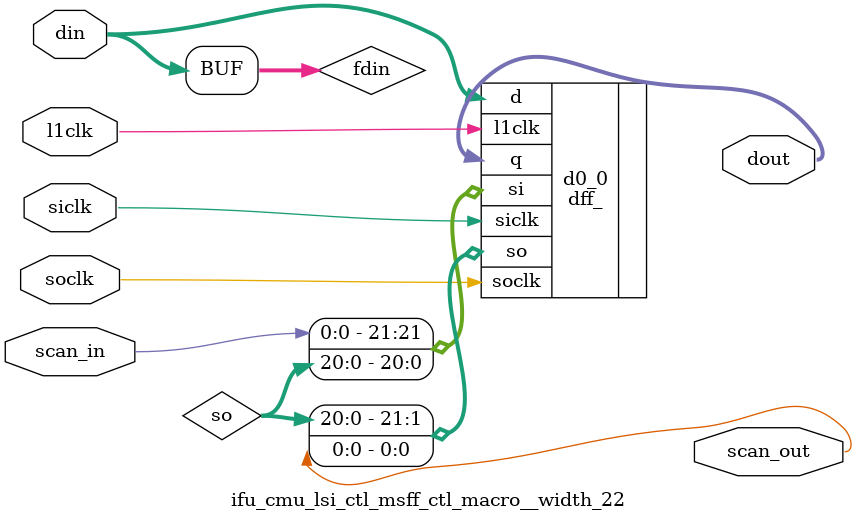
<source format=v>
module ifu_cmu_lsi_ctl (
  tcu_scan_en, 
  l2clk, 
  scan_in, 
  tcu_pce_ov, 
  spc_aclk, 
  spc_bclk, 
  const_cpuid, 
  mct_early_req, 
  ftu_cmiss, 
  ftu_rep_way, 
  ftu_thrx_un_cacheable, 
  ifu_l15_addr, 
  csm_valid_req, 
  l15_spc_data1, 
  l15_spc_cpkt, 
  l15_ifu_valid, 
  l15_ifu_grant, 
  lsu_ifu_ld_index, 
  cmu_fill_paddr, 
  mdp_lsi_nc_bit, 
  mdp_lsi_inv_bit, 
  mdp_lsi_rway, 
  lsu_ifu_cmu_pmen, 
  lsc_fill_rtn1, 
  lsc_fill_rtn2, 
  lsc_req_sel, 
  lsc_pending_req, 
  lsc_l15_valid, 
  lsc_data_sel, 
  cmu_any_data_ready, 
  cmu_any_un_cacheable, 
  cmu_data_ready, 
  cmu_inst0_v, 
  cmu_inst1_v, 
  cmu_inst2_v, 
  cmu_inst3_v, 
  cmu_icache_invalidate, 
  cmu_icache_invalidate_way, 
  cmu_icache_invalidate_index, 
  cmu_evic_invalidate, 
  cmu_icache_inv_way1, 
  cmu_inval_ack, 
  cmu_l2_err, 
  cmu_l2miss, 
  ifu_l15_valid, 
  ifu_l15_cpkt, 
  lsc_clken, 
  ifu_lsu_if_vld, 
  ifu_lsu_if_tid, 
  ifu_lsu_if_addr, 
  scan_out) ;
wire pce_ov;
wire stop;
wire siclk;
wire soclk;
wire se;
wire l1clk;
wire go_to_l15_empty;
wire l15_one_buff_state;
wire l15_empty_state;
wire leave_l15_empty;
wire next_l15_empty;
wire next_l15_empty_;
wire empty_state_reg_scanin;
wire empty_state_reg_scanout;
wire l15_empty_state_;
wire go_to_l15_one_buff;
wire l15_hold_state;
wire leave_l15_one_buff;
wire next_l15_one_buff;
wire one_buff_state_reg_scanin;
wire one_buff_state_reg_scanout;
wire go_to_l15_hold;
wire leave_l15_hold;
wire next_l15_hold;
wire l15_hold_state_reg_scanin;
wire l15_hold_state_reg_scanout;
wire gkt_room_avail_in;
wire [7:0] csm_rqv;
wire lsc_early_req;
wire [2:0] req_sel_tid;
wire [2:0] cmiss_tid;
wire ifu_l15_valid_in;
wire [7:0] lsc_l15_valid_in;
wire [2:0] ifu_l15_tid_in;
wire [2:0] ifu_l15_rway_in;
wire ifu_l15_nc_in;
wire ifu_l15_inv_in;
wire tg0_selected_in;
wire tg1_selected_in;
wire ifu_l15_valid_reg_scanin;
wire ifu_l15_valid_reg_scanout;
wire tg0_selected;
wire tg1_selected;
wire lsc_l15_valid_reg_scanin;
wire lsc_l15_valid_reg_scanout;
wire [7:0] lsc_l15_pre_valid;
wire lsc_req_sel_reg_scanin;
wire lsc_req_sel_reg_scanout;
wire [7:0] lsc_req_sel_lat;
wire lsc_cpkt_reg_scanin;
wire lsc_cpkt_reg_scanout;
wire [2:0] cpuid;
wire [2:0] ifu_l15_rway;
wire ifu_l15_nc;
wire ifu_l15_inv;
wire [2:0] ifu_l15_tid;
wire ifu_lsu_lat_scanin;
wire ifu_lsu_lat_scanout;
wire favor_tg1_in;
wire favor_tg1;
wire favour_bit_reg_scanin;
wire favour_bit_reg_scanout;
wire [3:0] thr_ptr0;
wire [3:0] thr_ptr0_lat;
wire thr_ptr0_lat_0_;
wire [7:4] thr_ptr1;
wire [7:4] thr_ptr1_lat;
wire thr_ptr1_lat_4_;
wire thr_ptr0_0_;
wire thr_ptr1_4_;
wire ptr0_reg_scanin;
wire ptr0_reg_scanout;
wire ptr1_reg_scanin;
wire ptr1_reg_scanout;
wire [7:0] req_bit;
wire tg0_valid;
wire tg1_valid;
wire sel_tg1;
wire reg_pmen_scanin;
wire reg_pmen_scanout;
wire ifu_pmen;
wire [3:0] l15_rtn_type;
wire fill_return;
wire cmu_nc_f4b;
wire second_pkt;
wire second_pkt_in;
wire sec_pkt_lat_scanin;
wire sec_pkt_lat_scanout;
wire [1:0] cmu_l2_err_pkt1_in;
wire stg_r1_lat0_scanin;
wire stg_r1_lat0_scanout;
wire [1:0] cmu_l2_err_pkt1;
wire cmu_l2miss_in;
wire cmu_inst0_v_in;
wire cmu_inst1_v_in;
wire cmu_inst2_v_in;
wire cmu_inst3_v_in;
wire cmu_inst_reg_scanin;
wire cmu_inst_reg_scanout;
wire [31:0] store_inval_vector;
wire [31:0] evic_inv_vec_0;
wire [31:0] evic_inv_vec_1;
wire take_strm_store_ack;
wire take_store_ack;
wire take_inval_ack;
wire take_load_return;
wire take_evic_inv;
wire [7:0] cmu_inval_ack_din;
wire [3:0] inv_vector;
wire evic_i_inv_0_true;
wire [2:0] evic_inv_way0;
wire evic_i_inv_1_true;
wire [2:0] evic_inv_way1;
wire str_strm_invalidate;
wire cross_invalidate;
wire evic_invalidate_w0;
wire evic_invalidate_w1;
wire evic_invalidate_w01;
wire evic_invalidate_any;
wire [2:0] evic_way0;
wire [10:5] evic_index;
wire cmu_icache_invalidate_din;
wire [2:0] cmu_icache_invalidate_way_din;
wire [10:5] cmu_icache_invalidate_index_din;
wire cmu_evic_invalidate_din;
wire [2:0] cmu_icache_inv_way1_din;
wire stg_r1_lat_scanin;
wire stg_r1_lat_scanout;
wire [23:0] l15_spc_data_55_32_unused;
wire [15:0] l15_spc_data_111_96_unused;
wire [4:0] l15_spc_data_121_117_unused;
wire [2:0] l15_spc_data_127_125_unused;
wire [1:0] l15_spc_cpkt_1_0_unused;
wire l15_spc_cpkt_13_unused;
wire spares_so_0;
wire spares_scanout;
wire spares_scanin;
wire out;
wire q;


input tcu_scan_en ;
input l2clk;
input scan_in;
input tcu_pce_ov;               // scan signals
input spc_aclk;
input spc_bclk;

input [2:0]   const_cpuid;
input mct_early_req;
input [7:0] ftu_cmiss;                //from ftu tsm
input [2:0]   ftu_rep_way;            // incoming replacement way from ftu
input         ftu_thrx_un_cacheable;  // incoming cacheable bit from ftu


input [10:5]  ifu_l15_addr;
input [7:0]   csm_valid_req;


input [127:0] l15_spc_data1;
input [17:0]  l15_spc_cpkt;
input         l15_ifu_valid;
input         l15_ifu_grant;           //ACK from gkt when req is accepted

input [10:5]  lsu_ifu_ld_index;        // on a load retn, lsu sends load index for cross invalidates, 

input [4:2]   cmu_fill_paddr;      //bits {4,3,2} of the fill phys addr

input         mdp_lsi_nc_bit;          // Cacheable bit from Missbuffer
input         mdp_lsi_inv_bit;         // Inv req bit from Missbuffer
input [2:0]   mdp_lsi_rway;            // way information from missbuffer

input         lsu_ifu_cmu_pmen;


output        lsc_fill_rtn1;            //enable for fill ready data to lsi_dp
output        lsc_fill_rtn2;            //enable for fill ready data to lsi_dp
output [7:0]  lsc_req_sel;              // selected thread from pending requests
output        lsc_pending_req;
output [7:0]  lsc_l15_valid;             //req for thr0 ACKed by LSU, to TSM (indicates req accepted)

output [7:0]  lsc_data_sel;            // decoded selects for muxing out instructions


output        cmu_any_data_ready;
output        cmu_any_un_cacheable;

output [7:0]  cmu_data_ready;          //data ready for thr0

output        cmu_inst0_v;          // valid for instruction 0
output        cmu_inst1_v;          // valid for instruction 1
output        cmu_inst2_v;          // valid for instruction 2
output        cmu_inst3_v;          // valid for instruction 3

output        cmu_icache_invalidate;                     //invalidate icache request
output [2:0]  cmu_icache_invalidate_way;          
output [10:5] cmu_icache_invalidate_index;

output        cmu_evic_invalidate;                      // eviction invalidation
output [2:0]  cmu_icache_inv_way1;

output [7:0]  cmu_inval_ack;
output [1:0]  cmu_l2_err;
output        cmu_l2miss;                              // l2miss indicator on rtn pkt

output        ifu_l15_valid;             // ifu_l15_valid, valid pcx pkt
output [7:0] ifu_l15_cpkt;

output        lsc_clken;

// **** LSU Interface ****
output        ifu_lsu_if_vld;
output [2:0]  ifu_lsu_if_tid;
output [10:5] ifu_lsu_if_addr;

output        scan_out;


// scan renames
assign pce_ov = tcu_pce_ov;
assign stop = 1'b0;
assign siclk = spc_aclk;
assign soclk = spc_bclk;
assign se = tcu_scan_en ;
// end scan


///////////////////////////////////////////////////
// clock header
///////////////////////////////////////////////////
ifu_cmu_lsi_ctl_l1clkhdr_ctl_macro clkgen (
 .l2clk(l2clk),
 .l1en (1'b1 ),
 .l1clk(l1clk),
  .pce_ov(pce_ov),
  .stop(stop),
  .se(se)
);

/////////////////////////////////////////////////////////
// Create a state_machine to keep track of L15 buffers //
/////////////////////////////////////////////////////////
// Empty state: L15 has both IFU buffers empty. IFU    //
// can send two requests back to back.                 //
/////////////////////////////////////////////////////////
assign go_to_l15_empty = (l15_one_buff_state & l15_ifu_grant & ~ifu_l15_valid) | 
                         (l15_empty_state    & ~ifu_l15_valid) ;
assign leave_l15_empty = (l15_empty_state    &  ifu_l15_valid) ;

assign next_l15_empty = (go_to_l15_empty & ~leave_l15_empty) ;
assign next_l15_empty_ = ~next_l15_empty ;

ifu_cmu_lsi_ctl_msff_ctl_macro__width_1 empty_state_reg  (
 .scan_in(empty_state_reg_scanin),
 .scan_out(empty_state_reg_scanout),
 .l1clk( l1clk ),
 .din  (next_l15_empty_),
 .dout (l15_empty_state_),
  .siclk(siclk),
  .soclk(soclk)
);

assign l15_empty_state = ~l15_empty_state_ ;

/////////////////////////////////////////////////////////
// One buffer state: L15 has one buffer empty. We can  //
// send only one more request before we get grants.    //
/////////////////////////////////////////////////////////
assign go_to_l15_one_buff = (l15_hold_state  & l15_ifu_grant & ~ifu_l15_valid)     |  // Coming back from hold state
                            (l15_empty_state & ifu_l15_valid)                      |  // Coming from empty state
                            (l15_one_buff_state & ~ifu_l15_valid & ~l15_ifu_grant) |  // Nothing happened: stay in this state
                            (l15_one_buff_state &  ifu_l15_valid &  l15_ifu_grant) ;  // Request accepted and new one issued

assign leave_l15_one_buff = (l15_one_buff_state &  l15_ifu_grant & ~ifu_l15_valid) |
                            (l15_one_buff_state & ~l15_ifu_grant &  ifu_l15_valid) ;                         

assign next_l15_one_buff = go_to_l15_one_buff & ~leave_l15_one_buff ;

ifu_cmu_lsi_ctl_msff_ctl_macro__width_1 one_buff_state_reg  (
 .scan_in(one_buff_state_reg_scanin),
 .scan_out(one_buff_state_reg_scanout),
 .l1clk( l1clk ),
 .din  (next_l15_one_buff),
 .dout (l15_one_buff_state),
  .siclk(siclk),
  .soclk(soclk)
);

/////////////////////////////////////////////////////////
// Hold state: L15 has no more room for IFU requests.  //
// Do not send any more requests until l15_ifu_grant is//
// recieved.                                           //
/////////////////////////////////////////////////////////
assign go_to_l15_hold = (l15_one_buff_state & ifu_l15_valid & ~l15_ifu_grant) |
                        (l15_hold_state     & ifu_l15_valid &  l15_ifu_grant) |
                        (l15_hold_state     & ~l15_ifu_grant) ;

assign leave_l15_hold = (l15_hold_state & ~ifu_l15_valid & l15_ifu_grant) ;

assign next_l15_hold  =  go_to_l15_hold & ~leave_l15_hold ;
ifu_cmu_lsi_ctl_msff_ctl_macro__width_1 l15_hold_state_reg  (
 .scan_in(l15_hold_state_reg_scanin),
 .scan_out(l15_hold_state_reg_scanout),
 .l1clk( l1clk ),
 .din  (next_l15_hold),
 .dout (l15_hold_state),
  .siclk(siclk),
  .soclk(soclk)
);

// ok to send a request to gkt next cycle.
assign gkt_room_avail_in   = next_l15_empty | next_l15_one_buff ;

///////////////////////////////////////////////////
// Select request sent  to gkt.
// If there are no pending requests, and a new request is coming
// in this cycle, then the new request can be sent out to
// gasket next cycle (cycle after C stage).
// This is called "early_request".
// Only cmiss can be an early request. Inval req cannot be sent out
// early.
// If there are pending requests, then the pending request will
// have higher priority and it will get sent out.
// On reset, select_pending_req will be 0.
///////////////////////////////////////////////////

// Qualify the pending requests with the request sent last cycle.
// Thread remains in REQ_ST the cycle it is being launched to
// gkt.
// We do not want it to take part in arbitration again.

//0in bits_on -var {lsc_l15_valid_in[7:0]} -max 1

assign csm_rqv[7:0] = csm_valid_req[7:0] & ~lsc_l15_valid[7:0] ; 

assign lsc_pending_req = |(csm_rqv[7:0]);
assign lsc_early_req = mct_early_req;

assign req_sel_tid[0] = lsc_req_sel[1] | lsc_req_sel[3] | lsc_req_sel[5] | lsc_req_sel[7];
assign req_sel_tid[1] = lsc_req_sel[2] | lsc_req_sel[3] | lsc_req_sel[6] | lsc_req_sel[7];
assign req_sel_tid[2] = lsc_req_sel[4] | lsc_req_sel[5] | lsc_req_sel[6] | lsc_req_sel[7];

assign cmiss_tid[0] = ftu_cmiss[1] | ftu_cmiss[3] | ftu_cmiss[5] | ftu_cmiss[7];
assign cmiss_tid[1] = ftu_cmiss[2] | ftu_cmiss[3] | ftu_cmiss[6] | ftu_cmiss[7];
assign cmiss_tid[2] = ftu_cmiss[4] | ftu_cmiss[5] | ftu_cmiss[6] | ftu_cmiss[7];

assign ifu_l15_valid_in = (lsc_pending_req | lsc_early_req) & gkt_room_avail_in;

assign lsc_l15_valid_in[7:0] = ({8{lsc_pending_req }} & lsc_req_sel[7:0]) |
                               ({8{~lsc_pending_req}} & ftu_cmiss[7:0]);

assign ifu_l15_tid_in[2:0]  =  ({3{lsc_pending_req }} & req_sel_tid[2:0]) |
                               ({3{~lsc_pending_req}} & cmiss_tid[2:0]);

assign ifu_l15_rway_in[2:0] =  ({3{lsc_pending_req }} & mdp_lsi_rway[2:0]) |
                               ({3{~lsc_pending_req}} & ftu_rep_way[2:0]);

assign ifu_l15_nc_in = (lsc_pending_req  & mdp_lsi_nc_bit) |
                       (~lsc_pending_req & ftu_thrx_un_cacheable);

// inval req cannot be sent early
assign ifu_l15_inv_in = lsc_pending_req & mdp_lsi_inv_bit;

assign tg0_selected_in = |(lsc_req_sel[3:0]) & gkt_room_avail_in;
assign tg1_selected_in = |(lsc_req_sel[7:4]) & gkt_room_avail_in;

ifu_cmu_lsi_ctl_msff_ctl_macro__width_3 ifu_l15_valid_reg  (
 .scan_in(ifu_l15_valid_reg_scanin),
 .scan_out(ifu_l15_valid_reg_scanout),
 .l1clk( l1clk ),
 .din  ({ifu_l15_valid_in, tg0_selected_in, tg1_selected_in}),
 .dout ({ifu_l15_valid, tg0_selected, tg1_selected}),
  .siclk(siclk),
  .soclk(soclk)
);

ifu_cmu_lsi_ctl_msff_ctl_macro__width_8 lsc_l15_valid_reg  (
 .scan_in(lsc_l15_valid_reg_scanin),
 .scan_out(lsc_l15_valid_reg_scanout),
 .l1clk( l1clk ),
 .din  (lsc_l15_valid_in[7:0]),
 .dout (lsc_l15_pre_valid[7:0]),
  .siclk(siclk),
  .soclk(soclk)
);

ifu_cmu_lsi_ctl_msff_ctl_macro__width_8 lsc_req_sel_reg  (
 .scan_in(lsc_req_sel_reg_scanin),
 .scan_out(lsc_req_sel_reg_scanout),
 .l1clk( l1clk ),
 .din  (lsc_req_sel[7:0]),
 .dout (lsc_req_sel_lat[7:0]),
  .siclk(siclk),
  .soclk(soclk)
);

ifu_cmu_lsi_ctl_msff_ctl_macro__width_11 lsc_cpkt_reg  (
 .scan_in(lsc_cpkt_reg_scanin),
 .scan_out(lsc_cpkt_reg_scanout),
 .l1clk( l1clk ),
 .din  ({const_cpuid[2:0],  ifu_l15_rway_in[2:0], ifu_l15_nc_in, ifu_l15_inv_in, ifu_l15_tid_in[2:0]}),
 .dout ({cpuid[2:0], ifu_l15_rway[2:0], ifu_l15_nc, ifu_l15_inv, ifu_l15_tid[2:0]}),
  .siclk(siclk),
  .soclk(soclk)
);

assign lsc_l15_valid[7:0] = lsc_l15_pre_valid[7:0] & {8{ifu_l15_valid}};

//assign ifu_l15_cpkt[25:0] = {ifu_l15_valid, ifu_l15_req_type[4:0], ifu_l15_nc, ifu_l15_cpuid[2:0], 
//                             ifu_l15_tid[2:0], ifu_l15_inv, ifu_l15_pf, ifu_l15_rway[2:0], ifu_l15_size[7:0]};

// Actual ifu_l15_cpkt has following fields
// ifu_l15_cpkt[25]   = ifu_l15_valid
// ifu_l15_cpkt[24:20] = ifu_l15_req_type[4:0] = 5'b10000
// ifu_l15_cpkt[19]   = ifu_l15_nc
// ifu_l15_cpkt[18:16] = ifu_l15_cpuid[2:0]
// ifu_l15_cpkt[15:13] = ifu_l15_tid[2:0]
// ifu_l15_cpkt[12]    = ifu_l15_inv
// ifu_l15_cpkt[11]    = ifu_l15_pf = 0
// ifu_l15_cpkt[10:8] = ifu_l15_rway[2:0]
// ifu_l15_cpkt[7:0] = ifu_l15_size[7:0] = 0

// ifu_l15_cpkt is compressed to 8 bits. gkt converts this to final ifu packet
assign ifu_l15_cpkt[7:0] = {ifu_l15_nc, ifu_l15_inv, ifu_l15_rway[2:0], ifu_l15_tid[2:0]};



///////////////////////////////////////////////////
// Generating following signals for LSU cross_invalidate
///////////////////////////////////////////////////
ifu_cmu_lsi_ctl_msff_ctl_macro__width_10 ifu_lsu_lat  (
 .scan_in(ifu_lsu_lat_scanin),
 .scan_out(ifu_lsu_lat_scanout),
 .l1clk( l1clk ),
 .din  ({ifu_l15_valid,
         ifu_l15_tid[2:0],
         ifu_l15_addr[10:5]}),
 .dout ({ifu_lsu_if_vld,
         ifu_lsu_if_tid[2:0],
         ifu_lsu_if_addr[10:5]}),
  .siclk(siclk),
  .soclk(soclk)
);


///////////////////////////////////////////////////
// Logic for selecting pending request
///////////////////////////////////////////////////
// Thread are divided into two groups.
// A single favor bit will select alternatingly between the 2 groups.
// Within a group, the threads will be prioritized based on a 4-bit rotating pointer.
// The pointer always points to the thread with highest priority, and it gets updated
// when a thread gets selected. The pointer updates such that the selected thread will
// have the least priority.

// The group is selected based on a favor bit.
// The favor bit is updated based on what was selected last cycle

assign favor_tg1_in = (favor_tg1 & ~tg1_selected) | tg0_selected;

ifu_cmu_lsi_ctl_msff_ctl_macro__width_1 favour_bit_reg  (
 .scan_in(favour_bit_reg_scanin),
 .scan_out(favour_bit_reg_scanout),
 .l1clk( l1clk ),
 .din  (favor_tg1_in),
 .dout (favor_tg1),
  .siclk(siclk),
  .soclk(soclk)
);

///////////////////////////////////////////////////
// Form the rotating pointer used to prioritize among threads
// The pointer is updated when a thread group is selected, in a way that
// gives the selected thread the least priority
///////////////////////////////////////////////////
assign thr_ptr0[3:0] = tg0_selected ? ({lsc_req_sel_lat[2:0],lsc_req_sel_lat[3]}): {thr_ptr0_lat[3:1],thr_ptr0_lat_0_};
assign thr_ptr1[7:4] = tg1_selected ? ({lsc_req_sel_lat[6:4],lsc_req_sel_lat[7]}): {thr_ptr1_lat[7:5],thr_ptr1_lat_4_};

assign thr_ptr0_0_ = ~thr_ptr0[0];
assign thr_ptr1_4_ = ~thr_ptr1[4];

ifu_cmu_lsi_ctl_msff_ctl_macro__width_4 ptr0_reg  (
 .scan_in(ptr0_reg_scanin),
 .scan_out(ptr0_reg_scanout),
 .l1clk( l1clk ),
 .din  ({thr_ptr0[3:1],thr_ptr0_0_}),
 .dout ({thr_ptr0_lat[3:0]}),
  .siclk(siclk),
  .soclk(soclk)
);

ifu_cmu_lsi_ctl_msff_ctl_macro__width_4 ptr1_reg  (
 .scan_in(ptr1_reg_scanin),
 .scan_out(ptr1_reg_scanout),
 .l1clk( l1clk ),
 .din  ({thr_ptr1[7:5],thr_ptr1_4_}),
 .dout ({thr_ptr1_lat[7:4]}),
  .siclk(siclk),
  .soclk(soclk)
);

assign thr_ptr0_lat_0_ = ~thr_ptr0_lat[0];
assign thr_ptr1_lat_4_ = ~thr_ptr1_lat[4];

///////////////////////////////////////////////////
// select a thread based on the pointer value
///////////////////////////////////////////////////
assign req_bit[0] = (thr_ptr0[1] & ~csm_rqv[1] & ~csm_rqv[2] & ~csm_rqv[3] & csm_rqv[0]) |
                    (thr_ptr0[2] &               ~csm_rqv[2] & ~csm_rqv[3] & csm_rqv[0]) |
                    (thr_ptr0[3] &                             ~csm_rqv[3] & csm_rqv[0]) |
                    (thr_ptr0[0] &                                           csm_rqv[0]);

                    
assign req_bit[1] = (thr_ptr0[2] & ~csm_rqv[2] & ~csm_rqv[3] & ~csm_rqv[0] & csm_rqv[1]) |
                    (thr_ptr0[3] &               ~csm_rqv[3] & ~csm_rqv[0] & csm_rqv[1]) | 
                    (thr_ptr0[0] &                             ~csm_rqv[0] & csm_rqv[1]) |
                    (thr_ptr0[1] &                                           csm_rqv[1]);

                    
assign req_bit[2] = (thr_ptr0[3] & ~csm_rqv[3] & ~csm_rqv[0] & ~csm_rqv[1] & csm_rqv[2]) |
                    (thr_ptr0[0] &               ~csm_rqv[0] & ~csm_rqv[1] & csm_rqv[2]) |
                    (thr_ptr0[1] &                             ~csm_rqv[1] & csm_rqv[2]) |
                    (thr_ptr0[2] &                                           csm_rqv[2]);
                    

assign req_bit[3] = (thr_ptr0[0] & ~csm_rqv[0] & ~csm_rqv[1] & ~csm_rqv[2] & csm_rqv[3]) |
                    (thr_ptr0[1] &               ~csm_rqv[1] & ~csm_rqv[2] & csm_rqv[3]) |
                    (thr_ptr0[2] &                             ~csm_rqv[2] & csm_rqv[3]) |
                    (thr_ptr0[3] &                                           csm_rqv[3]);

                    

assign req_bit[4] = (thr_ptr1[5] & ~csm_rqv[5] & ~csm_rqv[6] & ~csm_rqv[7] & csm_rqv[4]) |
                    (thr_ptr1[6] &               ~csm_rqv[6] & ~csm_rqv[7] & csm_rqv[4]) |
                    (thr_ptr1[7] &                             ~csm_rqv[7] & csm_rqv[4]) |
                    (thr_ptr1[4] &                                           csm_rqv[4]);


assign req_bit[5] = (thr_ptr1[6] & ~csm_rqv[6] & ~csm_rqv[7] & ~csm_rqv[4] & csm_rqv[5]) |
                    (thr_ptr1[7] &               ~csm_rqv[7] & ~csm_rqv[4] & csm_rqv[5]) | 
                    (thr_ptr1[4] &                             ~csm_rqv[4] & csm_rqv[5]) |
                    (thr_ptr1[5] &                                           csm_rqv[5]);
                    

assign req_bit[6] = (thr_ptr1[7] & ~csm_rqv[7] & ~csm_rqv[4] & ~csm_rqv[5] & csm_rqv[6]) |
                    (thr_ptr1[4] &               ~csm_rqv[4] & ~csm_rqv[5] & csm_rqv[6]) |
                    (thr_ptr1[5] &                             ~csm_rqv[5] & csm_rqv[6]) |
                    (thr_ptr1[6] &                                           csm_rqv[6]);
 

assign req_bit[7] = (thr_ptr1[4] & ~csm_rqv[4] & ~csm_rqv[5] & ~csm_rqv[6] & csm_rqv[7]) |
                    (thr_ptr1[5] &               ~csm_rqv[5] & ~csm_rqv[6] & csm_rqv[7]) |
                    (thr_ptr1[6] &                             ~csm_rqv[6] & csm_rqv[7]) |
                    (thr_ptr1[7] &                                           csm_rqv[7]);


// select the req based on favor bits
assign tg0_valid = |(csm_rqv[3:0]);
assign tg1_valid = |(csm_rqv[7:4]);

assign sel_tg1 = (favor_tg1_in & tg1_valid) | ~tg0_valid;

assign lsc_req_sel[7:0] = ({8{sel_tg1}} & {req_bit[7:4],4'b0000}) |
                          ({8{~sel_tg1}} & {4'b0000,req_bit[3:0]});

// update tg0/tg1 pointers

///////////////////////////////////////////////////
///////////////////////////////////////////////////

///////////////////////////////////////////////////
// RETURN DATA TO IFU
///////////////////////////////////////////////////
// Decode l15_rtn_type opcode and generate enables
// for fill data registers in DP block.
///////////////////////////////////////////////////
ifu_cmu_lsi_ctl_msff_ctl_macro__width_1 reg_pmen  (
 .scan_in(reg_pmen_scanin),
 .scan_out(reg_pmen_scanout),
 .l1clk( l1clk ),
 .din  (lsu_ifu_cmu_pmen),
 .dout (ifu_pmen),
  .siclk(siclk),
  .soclk(soclk)
);

// decode return pkt

assign lsc_clken = l15_ifu_valid | ~ifu_pmen;

assign l15_rtn_type[3:0] = l15_spc_cpkt[17:14];

assign fill_return = ~l15_rtn_type[2] & ~l15_rtn_type[1] & l15_rtn_type[0] & l15_ifu_valid; 

assign cmu_nc_f4b = l15_spc_cpkt[9] & l15_spc_cpkt[2];

assign lsc_fill_rtn1 = fill_return & ~second_pkt;
assign lsc_fill_rtn2 = (fill_return & second_pkt) | (fill_return & cmu_nc_f4b);

// set up state for second pkt of a two pkt ifill return.
// non-cacheable and f4b ifill returns (nc_f4b_r0) are single pkt.
assign second_pkt_in = ((second_pkt & ~fill_return) | (~second_pkt & fill_return & ~cmu_nc_f4b)) & ~(second_pkt & fill_return);
 
ifu_cmu_lsi_ctl_msff_ctl_macro__width_1 sec_pkt_lat  (
 .scan_in(sec_pkt_lat_scanin),
 .scan_out(sec_pkt_lat_scanout),
 .l1clk(l1clk),
 .din  (second_pkt_in),
 .dout (second_pkt),
  .siclk(siclk),
  .soclk(soclk)
);
 

assign cmu_data_ready[0] = ~l15_spc_cpkt[8] & ~l15_spc_cpkt[7] & ~l15_spc_cpkt[6] & lsc_fill_rtn2;
assign cmu_data_ready[1] = ~l15_spc_cpkt[8] & ~l15_spc_cpkt[7] &  l15_spc_cpkt[6] & lsc_fill_rtn2;
assign cmu_data_ready[2] = ~l15_spc_cpkt[8] &  l15_spc_cpkt[7] & ~l15_spc_cpkt[6] & lsc_fill_rtn2;
assign cmu_data_ready[3] = ~l15_spc_cpkt[8] &  l15_spc_cpkt[7] &  l15_spc_cpkt[6] & lsc_fill_rtn2;
assign cmu_data_ready[4] =  l15_spc_cpkt[8] & ~l15_spc_cpkt[7] & ~l15_spc_cpkt[6] & lsc_fill_rtn2;
assign cmu_data_ready[5] =  l15_spc_cpkt[8] & ~l15_spc_cpkt[7] &  l15_spc_cpkt[6] & lsc_fill_rtn2;
assign cmu_data_ready[6] =  l15_spc_cpkt[8] &  l15_spc_cpkt[7] & ~l15_spc_cpkt[6] & lsc_fill_rtn2;
assign cmu_data_ready[7] =  l15_spc_cpkt[8] &  l15_spc_cpkt[7] &  l15_spc_cpkt[6] & lsc_fill_rtn2;


assign cmu_any_data_ready = lsc_fill_rtn2;
assign cmu_any_un_cacheable = l15_spc_cpkt[9];

///////////////////////////////////////////////////
// decode l2 err and l2 miss and send to ifu
///////////////////////////////////////////////////
//assign cmu_l2_err[1:0] = l15_spc_cpkt[11:10];

assign cmu_l2_err_pkt1_in[1:0] = ({2{lsc_fill_rtn1}} & l15_spc_cpkt[11:10]) & ~{2{lsc_fill_rtn2}};


ifu_cmu_lsi_ctl_msff_ctl_macro__width_2 stg_r1_lat0  (
 .scan_in(stg_r1_lat0_scanin),
 .scan_out(stg_r1_lat0_scanout),
 .l1clk( l1clk ),
 .din  (cmu_l2_err_pkt1_in[1:0]),
 .dout (cmu_l2_err_pkt1[1:0]),
  .siclk(siclk),
  .soclk(soclk)
);

// l2 err
// 00 - no err, 01 - correctable, 10 - uncorrectable, 11 - not data
// report the worst offense if the two packets have different errors
// not_data > uncorrectable > correctable > no err


assign cmu_l2_err[1] = l15_spc_cpkt[11] | cmu_l2_err_pkt1[1];
assign cmu_l2_err[0] = ( l15_spc_cpkt[11]   &  l15_spc_cpkt[10]) |
                       ( cmu_l2_err_pkt1[1] &  cmu_l2_err_pkt1[0]) |
                       (~l15_spc_cpkt[11]   &  cmu_l2_err_pkt1[0]) |
                       ( l15_spc_cpkt[10]   & ~cmu_l2_err_pkt1[1]);



//assign cmu_l2_err[1:0] = (l15_spc_cpkt[11:10] | cmu_l2_err_pkt1[1:0]);



// l2miss is asserted on the first packet only.

assign cmu_l2miss_in = lsc_fill_rtn1 & l15_spc_cpkt[12];


///////////////////////////////////////////////////
// Word selects for muxing out instructions
///////////////////////////////////////////////////
assign cmu_inst0_v_in = lsc_fill_rtn2;
assign cmu_inst1_v_in = ~(cmu_fill_paddr[4] & cmu_fill_paddr[3] & cmu_fill_paddr[2]) & ~cmu_nc_f4b & lsc_fill_rtn2;
assign cmu_inst2_v_in = ~(cmu_fill_paddr[4] & cmu_fill_paddr[3]) & ~cmu_nc_f4b & lsc_fill_rtn2;
assign cmu_inst3_v_in = ~((cmu_fill_paddr[4] & cmu_fill_paddr[2]) | (cmu_fill_paddr[4] & cmu_fill_paddr[3])) & 
                        ~cmu_nc_f4b & lsc_fill_rtn2;


ifu_cmu_lsi_ctl_msff_ctl_macro__width_4 cmu_inst_reg  (
 .scan_in(cmu_inst_reg_scanin),
 .scan_out(cmu_inst_reg_scanout),
 .l1clk( l1clk ),
 .din  ({cmu_inst0_v_in, cmu_inst1_v_in, cmu_inst2_v_in, cmu_inst3_v_in}),
 .dout ({cmu_inst0_v, cmu_inst1_v, cmu_inst2_v, cmu_inst3_v}),
  .siclk(siclk),
  .soclk(soclk)
);

///////////////////////////////////////////////////
// Generate decodes for muxing out instructions
///////////////////////////////////////////////////
assign lsc_data_sel[0] = ~cmu_fill_paddr[4] & ~cmu_fill_paddr[3] & ~cmu_fill_paddr[2];
assign lsc_data_sel[1] = ~cmu_fill_paddr[4] & ~cmu_fill_paddr[3] &  cmu_fill_paddr[2];
assign lsc_data_sel[2] = ~cmu_fill_paddr[4] &  cmu_fill_paddr[3] & ~cmu_fill_paddr[2];
assign lsc_data_sel[3] = ~cmu_fill_paddr[4] &  cmu_fill_paddr[3] &  cmu_fill_paddr[2];
assign lsc_data_sel[4] =  cmu_fill_paddr[4] & ~cmu_fill_paddr[3] & ~cmu_fill_paddr[2];
assign lsc_data_sel[5] =  cmu_fill_paddr[4] & ~cmu_fill_paddr[3] &  cmu_fill_paddr[2];
assign lsc_data_sel[6] =  cmu_fill_paddr[4] &  cmu_fill_paddr[3] & ~cmu_fill_paddr[2];
assign lsc_data_sel[7] =  cmu_fill_paddr[4] &  cmu_fill_paddr[3] &  cmu_fill_paddr[2];


///////////////////////////////////////////////////
// Cache Invalidation 
///////////////////////////////////////////////////
assign store_inval_vector[31:0] = l15_spc_data1[95:64];
assign evic_inv_vec_0[31:0] = l15_spc_data1[31:0];
assign evic_inv_vec_1[31:0] = l15_spc_data1[87:56];


assign take_strm_store_ack = (~l15_rtn_type[3] &  l15_rtn_type[2] &  l15_rtn_type[1] & ~l15_rtn_type[0]) & l15_ifu_valid;
assign take_store_ack      = (~l15_rtn_type[3] &  l15_rtn_type[2] & ~l15_rtn_type[1] & ~l15_rtn_type[0] & 
                              ~l15_spc_data1[124] & ~l15_spc_data1[123]) & l15_ifu_valid;
assign take_inval_ack      = (~l15_rtn_type[3] &  l15_rtn_type[2] & ~l15_rtn_type[1] & ~l15_rtn_type[0] & 
                              l15_spc_data1[124] & ~l15_spc_data1[123]) & l15_ifu_valid;
assign take_load_return    = (~l15_rtn_type[3] & ~l15_rtn_type[2] & ~l15_rtn_type[1] & ~l15_rtn_type[0]) & l15_ifu_valid;
assign take_evic_inv       = (~l15_rtn_type[3] & ~l15_rtn_type[2] &  l15_rtn_type[1] &  l15_rtn_type[0]) & l15_ifu_valid;


assign cmu_inval_ack_din[0] = take_inval_ack & (~l15_spc_cpkt[8] & ~l15_spc_cpkt[7] & ~l15_spc_cpkt[6]);
assign cmu_inval_ack_din[1] = take_inval_ack & (~l15_spc_cpkt[8] & ~l15_spc_cpkt[7] &  l15_spc_cpkt[6]);
assign cmu_inval_ack_din[2] = take_inval_ack & (~l15_spc_cpkt[8] &  l15_spc_cpkt[7] & ~l15_spc_cpkt[6]);
assign cmu_inval_ack_din[3] = take_inval_ack & (~l15_spc_cpkt[8] &  l15_spc_cpkt[7] &  l15_spc_cpkt[6]);
assign cmu_inval_ack_din[4] = take_inval_ack & ( l15_spc_cpkt[8] & ~l15_spc_cpkt[7] & ~l15_spc_cpkt[6]);
assign cmu_inval_ack_din[5] = take_inval_ack & ( l15_spc_cpkt[8] & ~l15_spc_cpkt[7] &  l15_spc_cpkt[6]);
assign cmu_inval_ack_din[6] = take_inval_ack & ( l15_spc_cpkt[8] &  l15_spc_cpkt[7] & ~l15_spc_cpkt[6]);
assign cmu_inval_ack_din[7] = take_inval_ack & ( l15_spc_cpkt[8] &  l15_spc_cpkt[7] &  l15_spc_cpkt[6]);

assign inv_vector[0] =  ( (~cpuid[2] & ~cpuid[1] & ~cpuid[0]) & store_inval_vector[0]
                        | (~cpuid[2] & ~cpuid[1] &  cpuid[0]) & store_inval_vector[4]
                        | (~cpuid[2] &  cpuid[1] & ~cpuid[0]) & store_inval_vector[8]
                        | (~cpuid[2] &  cpuid[1] &  cpuid[0]) & store_inval_vector[12]
                        | ( cpuid[2] & ~cpuid[1] & ~cpuid[0]) & store_inval_vector[16]
                        | ( cpuid[2] & ~cpuid[1] &  cpuid[0]) & store_inval_vector[20]
                        | ( cpuid[2] &  cpuid[1] & ~cpuid[0]) & store_inval_vector[24]
                        | ( cpuid[2] &  cpuid[1] &  cpuid[0]) & store_inval_vector[28]);

assign inv_vector[1] = ( (~cpuid[2] & ~cpuid[1] & ~cpuid[0]) & store_inval_vector[1]
                       | (~cpuid[2] & ~cpuid[1] &  cpuid[0]) & store_inval_vector[5]
                       | (~cpuid[2] &  cpuid[1] & ~cpuid[0]) & store_inval_vector[9]
                       | (~cpuid[2] &  cpuid[1] &  cpuid[0]) & store_inval_vector[13]
                       | ( cpuid[2] & ~cpuid[1] & ~cpuid[0]) & store_inval_vector[17]
                       | ( cpuid[2] & ~cpuid[1] &  cpuid[0]) & store_inval_vector[21]
                       | ( cpuid[2] &  cpuid[1] & ~cpuid[0]) & store_inval_vector[25]
                       | ( cpuid[2] &  cpuid[1] &  cpuid[0]) & store_inval_vector[29]);

assign inv_vector[2] = ( (~cpuid[2] & ~cpuid[1] & ~cpuid[0]) & store_inval_vector[2]
                       | (~cpuid[2] & ~cpuid[1] &  cpuid[0]) & store_inval_vector[6]
                       | (~cpuid[2] &  cpuid[1] & ~cpuid[0]) & store_inval_vector[10]
                       | (~cpuid[2] &  cpuid[1] &  cpuid[0]) & store_inval_vector[14]
                       | ( cpuid[2] & ~cpuid[1] & ~cpuid[0]) & store_inval_vector[18]
                       | ( cpuid[2] & ~cpuid[1] &  cpuid[0]) & store_inval_vector[22]
                       | ( cpuid[2] &  cpuid[1] & ~cpuid[0]) & store_inval_vector[26]
                       | ( cpuid[2] &  cpuid[1] &  cpuid[0]) & store_inval_vector[30]);

assign inv_vector[3] = ( (~cpuid[2] & ~cpuid[1] & ~cpuid[0]) & store_inval_vector[3]
                       | (~cpuid[2] & ~cpuid[1] &  cpuid[0]) & store_inval_vector[7]
                       | (~cpuid[2] &  cpuid[1] & ~cpuid[0]) & store_inval_vector[11]
                       | (~cpuid[2] &  cpuid[1] &  cpuid[0]) & store_inval_vector[15]
                       | ( cpuid[2] & ~cpuid[1] & ~cpuid[0]) & store_inval_vector[19]
                       | ( cpuid[2] & ~cpuid[1] &  cpuid[0]) & store_inval_vector[23]
                       | ( cpuid[2] &  cpuid[1] & ~cpuid[0]) & store_inval_vector[27]
                       | ( cpuid[2] &  cpuid[1] &  cpuid[0]) & store_inval_vector[31]);

// **************************************************

assign evic_i_inv_0_true =  ( (~cpuid[2] & ~cpuid[1] & ~cpuid[0]) & evic_inv_vec_0[0]
                            | (~cpuid[2] & ~cpuid[1] &  cpuid[0]) & evic_inv_vec_0[4]
                            | (~cpuid[2] &  cpuid[1] & ~cpuid[0]) & evic_inv_vec_0[8]
                            | (~cpuid[2] &  cpuid[1] &  cpuid[0]) & evic_inv_vec_0[12]
                            | ( cpuid[2] & ~cpuid[1] & ~cpuid[0]) & evic_inv_vec_0[16]
                            | ( cpuid[2] & ~cpuid[1] &  cpuid[0]) & evic_inv_vec_0[20]
                            | ( cpuid[2] &  cpuid[1] & ~cpuid[0]) & evic_inv_vec_0[24]
                            | ( cpuid[2] &  cpuid[1] &  cpuid[0]) & evic_inv_vec_0[28]);

assign evic_inv_way0[0] = ( (~cpuid[2] & ~cpuid[1] & ~cpuid[0]) & evic_inv_vec_0[1]
                            | (~cpuid[2] & ~cpuid[1] &  cpuid[0]) & evic_inv_vec_0[5]
                            | (~cpuid[2] &  cpuid[1] & ~cpuid[0]) & evic_inv_vec_0[9]
                            | (~cpuid[2] &  cpuid[1] &  cpuid[0]) & evic_inv_vec_0[13]
                            | ( cpuid[2] & ~cpuid[1] & ~cpuid[0]) & evic_inv_vec_0[17]
                            | ( cpuid[2] & ~cpuid[1] &  cpuid[0]) & evic_inv_vec_0[21]
                            | ( cpuid[2] &  cpuid[1] & ~cpuid[0]) & evic_inv_vec_0[25]
                            | ( cpuid[2] &  cpuid[1] &  cpuid[0]) & evic_inv_vec_0[29]);

assign evic_inv_way0[1] = ( (~cpuid[2] & ~cpuid[1] & ~cpuid[0]) & evic_inv_vec_0[2]
                            | (~cpuid[2] & ~cpuid[1] &  cpuid[0]) & evic_inv_vec_0[6]
                            | (~cpuid[2] &  cpuid[1] & ~cpuid[0]) & evic_inv_vec_0[10]
                            | (~cpuid[2] &  cpuid[1] &  cpuid[0]) & evic_inv_vec_0[14]
                            | ( cpuid[2] & ~cpuid[1] & ~cpuid[0]) & evic_inv_vec_0[18]
                            | ( cpuid[2] & ~cpuid[1] &  cpuid[0]) & evic_inv_vec_0[22]
                            | ( cpuid[2] &  cpuid[1] & ~cpuid[0]) & evic_inv_vec_0[26]
                            | ( cpuid[2] &  cpuid[1] &  cpuid[0]) & evic_inv_vec_0[30]);

assign evic_inv_way0[2] = ( (~cpuid[2] & ~cpuid[1] & ~cpuid[0]) & evic_inv_vec_0[3]
                            | (~cpuid[2] & ~cpuid[1] &  cpuid[0]) & evic_inv_vec_0[7]
                            | (~cpuid[2] &  cpuid[1] & ~cpuid[0]) & evic_inv_vec_0[11]
                            | (~cpuid[2] &  cpuid[1] &  cpuid[0]) & evic_inv_vec_0[15]
                            | ( cpuid[2] & ~cpuid[1] & ~cpuid[0]) & evic_inv_vec_0[19]
                            | ( cpuid[2] & ~cpuid[1] &  cpuid[0]) & evic_inv_vec_0[23]
                            | ( cpuid[2] &  cpuid[1] & ~cpuid[0]) & evic_inv_vec_0[27]
                            | ( cpuid[2] &  cpuid[1] &  cpuid[0]) & evic_inv_vec_0[31]);

// **************************************************
assign evic_i_inv_1_true =  ( (~cpuid[2] & ~cpuid[1] & ~cpuid[0]) & evic_inv_vec_1[0]
                            | (~cpuid[2] & ~cpuid[1] &  cpuid[0]) & evic_inv_vec_1[4]
                            | (~cpuid[2] &  cpuid[1] & ~cpuid[0]) & evic_inv_vec_1[8]
                            | (~cpuid[2] &  cpuid[1] &  cpuid[0]) & evic_inv_vec_1[12]
                            | ( cpuid[2] & ~cpuid[1] & ~cpuid[0]) & evic_inv_vec_1[16]
                            | ( cpuid[2] & ~cpuid[1] &  cpuid[0]) & evic_inv_vec_1[20]
                            | ( cpuid[2] &  cpuid[1] & ~cpuid[0]) & evic_inv_vec_1[24]
                            | ( cpuid[2] &  cpuid[1] &  cpuid[0]) & evic_inv_vec_1[28]);

assign evic_inv_way1[0] = ( (~cpuid[2] & ~cpuid[1] & ~cpuid[0]) & evic_inv_vec_1[1]
                          | (~cpuid[2] & ~cpuid[1] &  cpuid[0]) & evic_inv_vec_1[5]
                          | (~cpuid[2] &  cpuid[1] & ~cpuid[0]) & evic_inv_vec_1[9]
                          | (~cpuid[2] &  cpuid[1] &  cpuid[0]) & evic_inv_vec_1[13]
                          | ( cpuid[2] & ~cpuid[1] & ~cpuid[0]) & evic_inv_vec_1[17]
                          | ( cpuid[2] & ~cpuid[1] &  cpuid[0]) & evic_inv_vec_1[21]
                          | ( cpuid[2] &  cpuid[1] & ~cpuid[0]) & evic_inv_vec_1[25]
                          | ( cpuid[2] &  cpuid[1] &  cpuid[0]) & evic_inv_vec_1[29]);

assign evic_inv_way1[1] = ( (~cpuid[2] & ~cpuid[1] & ~cpuid[0]) & evic_inv_vec_1[2]
                          | (~cpuid[2] & ~cpuid[1] &  cpuid[0]) & evic_inv_vec_1[6]
                          | (~cpuid[2] &  cpuid[1] & ~cpuid[0]) & evic_inv_vec_1[10]
                          | (~cpuid[2] &  cpuid[1] &  cpuid[0]) & evic_inv_vec_1[14]
                          | ( cpuid[2] & ~cpuid[1] & ~cpuid[0]) & evic_inv_vec_1[18]
                          | ( cpuid[2] & ~cpuid[1] &  cpuid[0]) & evic_inv_vec_1[22]
                          | ( cpuid[2] &  cpuid[1] & ~cpuid[0]) & evic_inv_vec_1[26]
                          | ( cpuid[2] &  cpuid[1] &  cpuid[0]) & evic_inv_vec_1[30]);

assign evic_inv_way1[2] = ( (~cpuid[2] & ~cpuid[1] & ~cpuid[0]) & evic_inv_vec_1[3]
                          | (~cpuid[2] & ~cpuid[1] &  cpuid[0]) & evic_inv_vec_1[7]
                          | (~cpuid[2] &  cpuid[1] & ~cpuid[0]) & evic_inv_vec_1[11]
                          | (~cpuid[2] &  cpuid[1] &  cpuid[0]) & evic_inv_vec_1[15]
                          | ( cpuid[2] & ~cpuid[1] & ~cpuid[0]) & evic_inv_vec_1[19]
                          | ( cpuid[2] & ~cpuid[1] &  cpuid[0]) & evic_inv_vec_1[23]
                          | ( cpuid[2] &  cpuid[1] & ~cpuid[0]) & evic_inv_vec_1[27]
                          | ( cpuid[2] &  cpuid[1] &  cpuid[0]) & evic_inv_vec_1[31]);

//0in bits_on -var {str_strm_invalidate, cross_invalidate} -max 1
assign str_strm_invalidate = (take_strm_store_ack | take_store_ack) & inv_vector[0];
assign cross_invalidate = take_load_return & l15_spc_cpkt[5];       // way valid


assign evic_invalidate_w0  = take_evic_inv &  evic_i_inv_0_true & ~evic_i_inv_1_true;
assign evic_invalidate_w1  = take_evic_inv & ~evic_i_inv_0_true &  evic_i_inv_1_true;
assign evic_invalidate_w01 = take_evic_inv &  evic_i_inv_0_true &  evic_i_inv_1_true;
assign evic_invalidate_any = take_evic_inv & (evic_i_inv_0_true | evic_i_inv_1_true);

assign evic_way0[2:0] = (evic_inv_way0[2:0] & {3{evic_invalidate_w0}}) |
                        (evic_inv_way1[2:0] & {3{evic_invalidate_w1}}) |
                        (evic_inv_way0[2:0] & {3{evic_invalidate_w01}});

assign evic_index[10:5] = ({l15_spc_data1[116:112], 1'b0} & {6{evic_invalidate_w01}}) |
                          ({l15_spc_data1[116:112], 1'b0} & {6{evic_invalidate_w0}}) |
                          ({l15_spc_data1[116:112], 1'b1} & {6{evic_invalidate_w1}}) ;

assign cmu_icache_invalidate_din = str_strm_invalidate | cross_invalidate | evic_invalidate_any;
assign cmu_icache_invalidate_way_din[2:0] = (inv_vector[3:1] & {3{str_strm_invalidate}}) |
                                            (l15_spc_cpkt[4:2] & {3{cross_invalidate}}) |
                                            (evic_way0[2:0] & {3{evic_invalidate_any}});
assign cmu_icache_invalidate_index_din[10:5] = ({l15_spc_data1[116:112], l15_spc_data1[122]} & {6{str_strm_invalidate}}) |
                                               ({l15_spc_data1[116:112], l15_spc_data1[122]} & {6{take_inval_ack}}) |
                                               (lsu_ifu_ld_index[10:5] & {6{cross_invalidate}}) |
                                               (evic_index[10:5] & {6{evic_invalidate_any}});

assign cmu_evic_invalidate_din = evic_invalidate_w01;
assign cmu_icache_inv_way1_din[2:0] = evic_inv_way1[2:0];

ifu_cmu_lsi_ctl_msff_ctl_macro__width_22 stg_r1_lat  (
 .scan_in(stg_r1_lat_scanin),
 .scan_out(stg_r1_lat_scanout),
 .l1clk(l1clk ),
 .din  ({cmu_icache_invalidate_din,
         cmu_icache_invalidate_way_din[2:0],
         cmu_icache_invalidate_index_din[10:5],
         cmu_icache_inv_way1_din[2:0],
         cmu_evic_invalidate_din,
         cmu_inval_ack_din[7:0]}),
 .dout  ({cmu_icache_invalidate,
         cmu_icache_invalidate_way[2:0],
         cmu_icache_invalidate_index[10:5],
         cmu_icache_inv_way1[2:0],
         cmu_evic_invalidate,
          cmu_inval_ack[7:0]}),
  .siclk(siclk),
  .soclk(soclk)
);

assign l15_spc_data_55_32_unused[23:0] = l15_spc_data1[55:32];
assign l15_spc_data_111_96_unused[15:0] = l15_spc_data1[111:96];
assign l15_spc_data_121_117_unused[4:0] = l15_spc_data1[121:117];
assign l15_spc_data_127_125_unused[2:0] = l15_spc_data1[127:125];
assign l15_spc_cpkt_1_0_unused[1:0] = l15_spc_cpkt[1:0];
assign l15_spc_cpkt_13_unused = l15_spc_cpkt[13];

                                                      
////////////////////////////////////////////////////////
// SPARE CELLS
////////////////////////////////////////////////////////
//spare_ctl_macro spares (num=2) (
//	.scan_in(spares_scanin),
//	.scan_out(spares_scanout),
//	.l1clk	(l1clk)
//);
////////////////////////////////////////////////////////
// Flatten spare cells
  cl_sc1_msff_8x spares_spare0_flop ( .l1clk(l1clk), .siclk(siclk), .soclk(soclk), 
        .d(cmu_l2miss_in), .q(cmu_l2miss), .si(stg_r1_lat_scanout), .so(spares_so_0) );
  cl_u1_buf_32x spares_spare0_buf_32x ( .in(1'b1),
  .out(out) );
  cl_u1_nand3_8x spares_spare0_nand3_8x ( .in0(1'b1), .in1(1'b1), .in2(1'b1),
  .out(out) );
  cl_u1_inv_8x spares_spare0_inv_8x ( .in(1'b1),
  .out(out) );
  cl_u1_aoi22_4x spares_spare0_aoi22_4x ( .in00(1'b1), .in01(1'b1), .in10(1'b1), .in11(1'b1),
  .out(out) );
  cl_u1_buf_8x spares_spare0_buf_8x ( .in(1'b1),
  .out(out) );
  cl_u1_oai22_4x spares_spare0_oai22_4x ( .in00(1'b1), .in01(1'b1), .in10(1'b1), .in11(1'b1),
  .out(out) );
  cl_u1_inv_16x spares_spare0_inv_16x ( .in(1'b1),
  .out(out) );
  cl_u1_nand2_16x spares_spare0_nand2_16x ( .in0(1'b1), .in1(1'b1),
  .out(out) );
  cl_u1_nor3_4x spares_spare0_nor3_4x ( .in0(1'b0), .in1(1'b0), .in2(1'b0),
  .out(out) );
  cl_u1_nand2_8x spares_spare0_nand2_8x ( .in0(1'b1), .in1(1'b1),
  .out(out) );
  cl_u1_buf_16x spares_spare0_buf_16x ( .in(1'b1),
  .out(out) );
  cl_u1_nor2_16x spares_spare0_nor2_16x ( .in0(1'b0), .in1(1'b0),
  .out(out) );
  cl_u1_inv_32x spares_spare0_inv_32x ( .in(1'b1),
  .out(out) );
  cl_sc1_msff_8x spares_spare1_flop ( .l1clk(l1clk), .siclk(siclk), .soclk(soclk), 
        .d(1'b0), .si(spares_so_0), .so(spares_scanout),
  .q(q) );
  cl_u1_buf_32x spares_spare1_buf_32x ( .in(1'b1),
  .out(out) );
  cl_u1_nand3_8x spares_spare1_nand3_8x ( .in0(1'b1), .in1(1'b1), .in2(1'b1),
  .out(out) );
  cl_u1_inv_8x spares_spare1_inv_8x ( .in(1'b1),
  .out(out) );
  cl_u1_aoi22_4x spares_spare1_aoi22_4x ( .in00(1'b1), .in01(1'b1), .in10(1'b1), .in11(1'b1),
  .out(out) );
  cl_u1_buf_8x spares_spare1_buf_8x ( .in(1'b1),
  .out(out) );
  cl_u1_oai22_4x spares_spare1_oai22_4x ( .in00(1'b1), .in01(1'b1), .in10(1'b1), .in11(1'b1),
  .out(out) );
  cl_u1_inv_16x spares_spare1_inv_16x ( .in(1'b1),
  .out(out) );
  cl_u1_nand2_16x spares_spare1_nand2_16x ( .in0(1'b1), .in1(1'b1),
  .out(out) );
  cl_u1_nor3_4x spares_spare1_nor3_4x ( .in0(1'b0), .in1(1'b0), .in2(1'b0),
  .out(out) );
  cl_u1_nand2_8x spares_spare1_nand2_8x ( .in0(1'b1), .in1(1'b1),
  .out(out) );
  cl_u1_buf_16x spares_spare1_buf_16x ( .in(1'b1),
  .out(out) );
  cl_u1_nor2_16x spares_spare1_nor2_16x ( .in0(1'b0), .in1(1'b0),
  .out(out) );
  cl_u1_inv_32x spares_spare1_inv_32x ( .in(1'b1),
  .out(out) );
////////////////////////////////////////////////////////

supply0 vss;
supply1 vdd;

// fixscan start:
assign empty_state_reg_scanin    = scan_in                  ;
assign one_buff_state_reg_scanin = empty_state_reg_scanout  ;
assign l15_hold_state_reg_scanin = one_buff_state_reg_scanout;
assign ifu_l15_valid_reg_scanin  = l15_hold_state_reg_scanout;
assign lsc_l15_valid_reg_scanin  = ifu_l15_valid_reg_scanout;
assign lsc_req_sel_reg_scanin    = lsc_l15_valid_reg_scanout;
assign lsc_cpkt_reg_scanin       = lsc_req_sel_reg_scanout  ;
assign ifu_lsu_lat_scanin        = lsc_cpkt_reg_scanout     ;
assign favour_bit_reg_scanin     = ifu_lsu_lat_scanout      ;
assign ptr0_reg_scanin           = favour_bit_reg_scanout   ;
assign ptr1_reg_scanin           = ptr0_reg_scanout         ;
assign reg_pmen_scanin           = ptr1_reg_scanout         ;
assign sec_pkt_lat_scanin        = reg_pmen_scanout         ;
assign stg_r1_lat0_scanin        = sec_pkt_lat_scanout      ;
assign cmu_inst_reg_scanin       = stg_r1_lat0_scanout      ;
assign stg_r1_lat_scanin         = cmu_inst_reg_scanout     ;
assign spares_scanin             = stg_r1_lat_scanout       ;
assign scan_out                  = spares_scanout           ;

// fixscan end:
endmodule






// any PARAMS parms go into naming of macro

module ifu_cmu_lsi_ctl_l1clkhdr_ctl_macro (
  l2clk, 
  l1en, 
  pce_ov, 
  stop, 
  se, 
  l1clk);


  input l2clk;
  input l1en;
  input pce_ov;
  input stop;
  input se;
  output l1clk;



 

cl_sc1_l1hdr_8x c_0 (


   .l2clk(l2clk),
   .pce(l1en),
   .l1clk(l1clk),
  .se(se),
  .pce_ov(pce_ov),
  .stop(stop)
);



endmodule













// any PARAMS parms go into naming of macro

module ifu_cmu_lsi_ctl_msff_ctl_macro__width_1 (
  din, 
  l1clk, 
  scan_in, 
  siclk, 
  soclk, 
  dout, 
  scan_out);
wire [0:0] fdin;

  input [0:0] din;
  input l1clk;
  input scan_in;


  input siclk;
  input soclk;

  output [0:0] dout;
  output scan_out;
assign fdin[0:0] = din[0:0];






dff_ #(1)  d0_0 (
.l1clk(l1clk),
.siclk(siclk),
.soclk(soclk),
.d(fdin[0:0]),
.si(scan_in),
.so(scan_out),
.q(dout[0:0])
);












endmodule













// any PARAMS parms go into naming of macro

module ifu_cmu_lsi_ctl_msff_ctl_macro__width_3 (
  din, 
  l1clk, 
  scan_in, 
  siclk, 
  soclk, 
  dout, 
  scan_out);
wire [2:0] fdin;
wire [1:0] so;

  input [2:0] din;
  input l1clk;
  input scan_in;


  input siclk;
  input soclk;

  output [2:0] dout;
  output scan_out;
assign fdin[2:0] = din[2:0];






dff_ #(3)  d0_0 (
.l1clk(l1clk),
.siclk(siclk),
.soclk(soclk),
.d(fdin[2:0]),
.si({scan_in,so[1:0]}),
.so({so[1:0],scan_out}),
.q(dout[2:0])
);












endmodule













// any PARAMS parms go into naming of macro

module ifu_cmu_lsi_ctl_msff_ctl_macro__width_8 (
  din, 
  l1clk, 
  scan_in, 
  siclk, 
  soclk, 
  dout, 
  scan_out);
wire [7:0] fdin;
wire [6:0] so;

  input [7:0] din;
  input l1clk;
  input scan_in;


  input siclk;
  input soclk;

  output [7:0] dout;
  output scan_out;
assign fdin[7:0] = din[7:0];






dff_ #(8)  d0_0 (
.l1clk(l1clk),
.siclk(siclk),
.soclk(soclk),
.d(fdin[7:0]),
.si({scan_in,so[6:0]}),
.so({so[6:0],scan_out}),
.q(dout[7:0])
);












endmodule













// any PARAMS parms go into naming of macro

module ifu_cmu_lsi_ctl_msff_ctl_macro__width_11 (
  din, 
  l1clk, 
  scan_in, 
  siclk, 
  soclk, 
  dout, 
  scan_out);
wire [10:0] fdin;
wire [9:0] so;

  input [10:0] din;
  input l1clk;
  input scan_in;


  input siclk;
  input soclk;

  output [10:0] dout;
  output scan_out;
assign fdin[10:0] = din[10:0];






dff_ #(11)  d0_0 (
.l1clk(l1clk),
.siclk(siclk),
.soclk(soclk),
.d(fdin[10:0]),
.si({scan_in,so[9:0]}),
.so({so[9:0],scan_out}),
.q(dout[10:0])
);












endmodule













// any PARAMS parms go into naming of macro

module ifu_cmu_lsi_ctl_msff_ctl_macro__width_10 (
  din, 
  l1clk, 
  scan_in, 
  siclk, 
  soclk, 
  dout, 
  scan_out);
wire [9:0] fdin;
wire [8:0] so;

  input [9:0] din;
  input l1clk;
  input scan_in;


  input siclk;
  input soclk;

  output [9:0] dout;
  output scan_out;
assign fdin[9:0] = din[9:0];






dff_ #(10)  d0_0 (
.l1clk(l1clk),
.siclk(siclk),
.soclk(soclk),
.d(fdin[9:0]),
.si({scan_in,so[8:0]}),
.so({so[8:0],scan_out}),
.q(dout[9:0])
);












endmodule













// any PARAMS parms go into naming of macro

module ifu_cmu_lsi_ctl_msff_ctl_macro__width_4 (
  din, 
  l1clk, 
  scan_in, 
  siclk, 
  soclk, 
  dout, 
  scan_out);
wire [3:0] fdin;
wire [2:0] so;

  input [3:0] din;
  input l1clk;
  input scan_in;


  input siclk;
  input soclk;

  output [3:0] dout;
  output scan_out;
assign fdin[3:0] = din[3:0];






dff_ #(4)  d0_0 (
.l1clk(l1clk),
.siclk(siclk),
.soclk(soclk),
.d(fdin[3:0]),
.si({scan_in,so[2:0]}),
.so({so[2:0],scan_out}),
.q(dout[3:0])
);












endmodule













// any PARAMS parms go into naming of macro

module ifu_cmu_lsi_ctl_msff_ctl_macro__width_2 (
  din, 
  l1clk, 
  scan_in, 
  siclk, 
  soclk, 
  dout, 
  scan_out);
wire [1:0] fdin;
wire [0:0] so;

  input [1:0] din;
  input l1clk;
  input scan_in;


  input siclk;
  input soclk;

  output [1:0] dout;
  output scan_out;
assign fdin[1:0] = din[1:0];






dff_ #(2)  d0_0 (
.l1clk(l1clk),
.siclk(siclk),
.soclk(soclk),
.d(fdin[1:0]),
.si({scan_in,so[0:0]}),
.so({so[0:0],scan_out}),
.q(dout[1:0])
);












endmodule













// any PARAMS parms go into naming of macro

module ifu_cmu_lsi_ctl_msff_ctl_macro__width_22 (
  din, 
  l1clk, 
  scan_in, 
  siclk, 
  soclk, 
  dout, 
  scan_out);
wire [21:0] fdin;
wire [20:0] so;

  input [21:0] din;
  input l1clk;
  input scan_in;


  input siclk;
  input soclk;

  output [21:0] dout;
  output scan_out;
assign fdin[21:0] = din[21:0];






dff_ #(22)  d0_0 (
.l1clk(l1clk),
.siclk(siclk),
.soclk(soclk),
.d(fdin[21:0]),
.si({scan_in,so[20:0]}),
.so({so[20:0],scan_out}),
.q(dout[21:0])
);












endmodule









</source>
